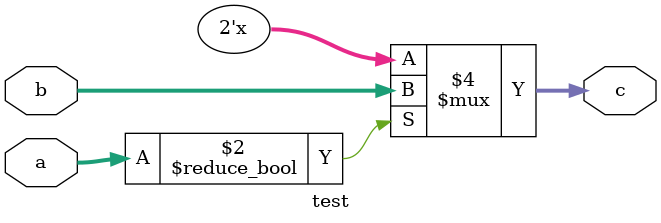
<source format=v>
module test (c, a, b);
 input [1:0] a, b;
 output [1:0] c;
 reg [1:0] c;
 always @(a or b)
   if (a)
     c = b; //latch "c" inferred
endmodule


</source>
